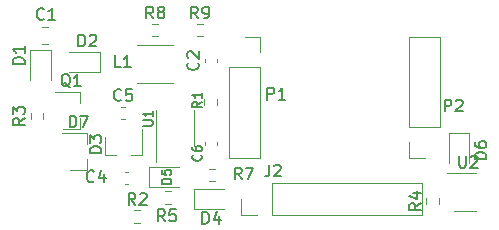
<source format=gbr>
%TF.GenerationSoftware,KiCad,Pcbnew,5.1.9+dfsg1-1*%
%TF.CreationDate,2021-06-24T19:32:38+02:00*%
%TF.ProjectId,pcb,7063622e-6b69-4636-9164-5f7063625858,rev?*%
%TF.SameCoordinates,Original*%
%TF.FileFunction,Legend,Top*%
%TF.FilePolarity,Positive*%
%FSLAX46Y46*%
G04 Gerber Fmt 4.6, Leading zero omitted, Abs format (unit mm)*
G04 Created by KiCad (PCBNEW 5.1.9+dfsg1-1) date 2021-06-24 19:32:38*
%MOMM*%
%LPD*%
G01*
G04 APERTURE LIST*
%ADD10C,0.120000*%
%ADD11C,0.150000*%
G04 APERTURE END LIST*
D10*
%TO.C,D6*%
X184100000Y-131000000D02*
X184100000Y-133550000D01*
X182400000Y-131000000D02*
X182400000Y-133550000D01*
X184100000Y-131000000D02*
X182400000Y-131000000D01*
%TO.C,U1*%
X160810000Y-130600000D02*
X160810000Y-129100000D01*
X160810000Y-130600000D02*
X160810000Y-132100000D01*
X157590000Y-130600000D02*
X157590000Y-129100000D01*
X157590000Y-130600000D02*
X157590000Y-133475000D01*
%TO.C,D2*%
X152800000Y-125850000D02*
X150250000Y-125850000D01*
X152800000Y-124150000D02*
X150250000Y-124150000D01*
X152800000Y-125850000D02*
X152800000Y-124150000D01*
%TO.C,D3*%
X153220000Y-132860000D02*
X154150000Y-132860000D01*
X156380000Y-132860000D02*
X155450000Y-132860000D01*
X156380000Y-132860000D02*
X156380000Y-130700000D01*
X153220000Y-132860000D02*
X153220000Y-131400000D01*
%TO.C,P1*%
X165090000Y-122870000D02*
X166420000Y-122870000D01*
X166420000Y-122870000D02*
X166420000Y-124200000D01*
X166420000Y-125470000D02*
X166420000Y-133150000D01*
X163760000Y-133150000D02*
X166420000Y-133150000D01*
X163760000Y-125470000D02*
X163760000Y-133150000D01*
X163760000Y-125470000D02*
X166420000Y-125470000D01*
%TO.C,P2*%
X181660000Y-130550000D02*
X179000000Y-130550000D01*
X181660000Y-130550000D02*
X181660000Y-122870000D01*
X181660000Y-122870000D02*
X179000000Y-122870000D01*
X179000000Y-130550000D02*
X179000000Y-122870000D01*
X179000000Y-133150000D02*
X179000000Y-131820000D01*
X180330000Y-133150000D02*
X179000000Y-133150000D01*
%TO.C,C1*%
X148461252Y-123535000D02*
X147938748Y-123535000D01*
X148461252Y-122065000D02*
X147938748Y-122065000D01*
%TO.C,C2*%
X162710000Y-125046267D02*
X162710000Y-124753733D01*
X161690000Y-125046267D02*
X161690000Y-124753733D01*
%TO.C,C4*%
X155246267Y-135310000D02*
X154953733Y-135310000D01*
X155246267Y-134290000D02*
X154953733Y-134290000D01*
%TO.C,C5*%
X154653733Y-129810000D02*
X154946267Y-129810000D01*
X154653733Y-128790000D02*
X154946267Y-128790000D01*
%TO.C,C6*%
X161690000Y-132046267D02*
X161690000Y-131753733D01*
X162710000Y-132046267D02*
X162710000Y-131753733D01*
%TO.C,D1*%
X148650000Y-124000000D02*
X146950000Y-124000000D01*
X146950000Y-124000000D02*
X146950000Y-126550000D01*
X148650000Y-124000000D02*
X148650000Y-126550000D01*
%TO.C,D4*%
X160800000Y-135750000D02*
X160800000Y-137450000D01*
X160800000Y-137450000D02*
X163350000Y-137450000D01*
X160800000Y-135750000D02*
X163350000Y-135750000D01*
%TO.C,J2*%
X180130000Y-137930000D02*
X180130000Y-135270000D01*
X167370000Y-137930000D02*
X180130000Y-137930000D01*
X167370000Y-135270000D02*
X180130000Y-135270000D01*
X167370000Y-137930000D02*
X167370000Y-135270000D01*
X166100000Y-137930000D02*
X164770000Y-137930000D01*
X164770000Y-137930000D02*
X164770000Y-136600000D01*
%TO.C,L1*%
X156000000Y-123600000D02*
X159000000Y-123600000D01*
X156000000Y-126800000D02*
X159000000Y-126800000D01*
%TO.C,Q1*%
X151160000Y-130680000D02*
X151160000Y-129750000D01*
X151160000Y-127520000D02*
X151160000Y-128450000D01*
X151160000Y-127520000D02*
X149000000Y-127520000D01*
X151160000Y-130680000D02*
X149700000Y-130680000D01*
%TO.C,R1*%
X162722500Y-128654724D02*
X162722500Y-128145276D01*
X161677500Y-128654724D02*
X161677500Y-128145276D01*
%TO.C,R3*%
X148022500Y-129345276D02*
X148022500Y-129854724D01*
X146977500Y-129345276D02*
X146977500Y-129854724D01*
%TO.C,R5*%
X158345276Y-135977500D02*
X158854724Y-135977500D01*
X158345276Y-137022500D02*
X158854724Y-137022500D01*
%TO.C,R7*%
X162045276Y-134077500D02*
X162554724Y-134077500D01*
X162045276Y-135122500D02*
X162554724Y-135122500D01*
%TO.C,R8*%
X157245276Y-121777500D02*
X157754724Y-121777500D01*
X157245276Y-122822500D02*
X157754724Y-122822500D01*
%TO.C,R9*%
X161045276Y-122822500D02*
X161554724Y-122822500D01*
X161045276Y-121777500D02*
X161554724Y-121777500D01*
%TO.C,D5*%
X157000000Y-133900000D02*
X157000000Y-135600000D01*
X157000000Y-135600000D02*
X159550000Y-135600000D01*
X157000000Y-133900000D02*
X159550000Y-133900000D01*
%TO.C,U2*%
X182850000Y-137610000D02*
X184650000Y-137610000D01*
X184650000Y-134390000D02*
X182200000Y-134390000D01*
%TO.C,D7*%
X151760000Y-134180000D02*
X150300000Y-134180000D01*
X151760000Y-131020000D02*
X149600000Y-131020000D01*
X151760000Y-131020000D02*
X151760000Y-131950000D01*
X151760000Y-134180000D02*
X151760000Y-133250000D01*
%TO.C,R2*%
X155745276Y-138622500D02*
X156254724Y-138622500D01*
X155745276Y-137577500D02*
X156254724Y-137577500D01*
%TO.C,R4*%
X180477500Y-137054724D02*
X180477500Y-136545276D01*
X181522500Y-137054724D02*
X181522500Y-136545276D01*
%TO.C,D6*%
D11*
X185552380Y-133238095D02*
X184552380Y-133238095D01*
X184552380Y-133000000D01*
X184600000Y-132857142D01*
X184695238Y-132761904D01*
X184790476Y-132714285D01*
X184980952Y-132666666D01*
X185123809Y-132666666D01*
X185314285Y-132714285D01*
X185409523Y-132761904D01*
X185504761Y-132857142D01*
X185552380Y-133000000D01*
X185552380Y-133238095D01*
X184552380Y-131809523D02*
X184552380Y-132000000D01*
X184600000Y-132095238D01*
X184647619Y-132142857D01*
X184790476Y-132238095D01*
X184980952Y-132285714D01*
X185361904Y-132285714D01*
X185457142Y-132238095D01*
X185504761Y-132190476D01*
X185552380Y-132095238D01*
X185552380Y-131904761D01*
X185504761Y-131809523D01*
X185457142Y-131761904D01*
X185361904Y-131714285D01*
X185123809Y-131714285D01*
X185028571Y-131761904D01*
X184980952Y-131809523D01*
X184933333Y-131904761D01*
X184933333Y-132095238D01*
X184980952Y-132190476D01*
X185028571Y-132238095D01*
X185123809Y-132285714D01*
%TO.C,U1*%
X156492341Y-130406779D02*
X157139960Y-130406779D01*
X157216151Y-130368684D01*
X157254246Y-130330589D01*
X157292341Y-130254398D01*
X157292341Y-130102017D01*
X157254246Y-130025827D01*
X157216151Y-129987732D01*
X157139960Y-129949636D01*
X156492341Y-129949636D01*
X157292341Y-129149636D02*
X157292341Y-129606779D01*
X157292341Y-129378208D02*
X156492341Y-129378208D01*
X156606627Y-129454398D01*
X156682817Y-129530589D01*
X156720913Y-129606779D01*
%TO.C,D2*%
X151011904Y-123702380D02*
X151011904Y-122702380D01*
X151250000Y-122702380D01*
X151392857Y-122750000D01*
X151488095Y-122845238D01*
X151535714Y-122940476D01*
X151583333Y-123130952D01*
X151583333Y-123273809D01*
X151535714Y-123464285D01*
X151488095Y-123559523D01*
X151392857Y-123654761D01*
X151250000Y-123702380D01*
X151011904Y-123702380D01*
X151964285Y-122797619D02*
X152011904Y-122750000D01*
X152107142Y-122702380D01*
X152345238Y-122702380D01*
X152440476Y-122750000D01*
X152488095Y-122797619D01*
X152535714Y-122892857D01*
X152535714Y-122988095D01*
X152488095Y-123130952D01*
X151916666Y-123702380D01*
X152535714Y-123702380D01*
%TO.C,D3*%
X152952380Y-132738095D02*
X151952380Y-132738095D01*
X151952380Y-132500000D01*
X152000000Y-132357142D01*
X152095238Y-132261904D01*
X152190476Y-132214285D01*
X152380952Y-132166666D01*
X152523809Y-132166666D01*
X152714285Y-132214285D01*
X152809523Y-132261904D01*
X152904761Y-132357142D01*
X152952380Y-132500000D01*
X152952380Y-132738095D01*
X151952380Y-131833333D02*
X151952380Y-131214285D01*
X152333333Y-131547619D01*
X152333333Y-131404761D01*
X152380952Y-131309523D01*
X152428571Y-131261904D01*
X152523809Y-131214285D01*
X152761904Y-131214285D01*
X152857142Y-131261904D01*
X152904761Y-131309523D01*
X152952380Y-131404761D01*
X152952380Y-131690476D01*
X152904761Y-131785714D01*
X152857142Y-131833333D01*
%TO.C,P1*%
X167011904Y-128202380D02*
X167011904Y-127202380D01*
X167392857Y-127202380D01*
X167488095Y-127250000D01*
X167535714Y-127297619D01*
X167583333Y-127392857D01*
X167583333Y-127535714D01*
X167535714Y-127630952D01*
X167488095Y-127678571D01*
X167392857Y-127726190D01*
X167011904Y-127726190D01*
X168535714Y-128202380D02*
X167964285Y-128202380D01*
X168250000Y-128202380D02*
X168250000Y-127202380D01*
X168154761Y-127345238D01*
X168059523Y-127440476D01*
X167964285Y-127488095D01*
%TO.C,P2*%
X182011904Y-129202380D02*
X182011904Y-128202380D01*
X182392857Y-128202380D01*
X182488095Y-128250000D01*
X182535714Y-128297619D01*
X182583333Y-128392857D01*
X182583333Y-128535714D01*
X182535714Y-128630952D01*
X182488095Y-128678571D01*
X182392857Y-128726190D01*
X182011904Y-128726190D01*
X182964285Y-128297619D02*
X183011904Y-128250000D01*
X183107142Y-128202380D01*
X183345238Y-128202380D01*
X183440476Y-128250000D01*
X183488095Y-128297619D01*
X183535714Y-128392857D01*
X183535714Y-128488095D01*
X183488095Y-128630952D01*
X182916666Y-129202380D01*
X183535714Y-129202380D01*
%TO.C,C1*%
X148083333Y-121357142D02*
X148035714Y-121404761D01*
X147892857Y-121452380D01*
X147797619Y-121452380D01*
X147654761Y-121404761D01*
X147559523Y-121309523D01*
X147511904Y-121214285D01*
X147464285Y-121023809D01*
X147464285Y-120880952D01*
X147511904Y-120690476D01*
X147559523Y-120595238D01*
X147654761Y-120500000D01*
X147797619Y-120452380D01*
X147892857Y-120452380D01*
X148035714Y-120500000D01*
X148083333Y-120547619D01*
X149035714Y-121452380D02*
X148464285Y-121452380D01*
X148750000Y-121452380D02*
X148750000Y-120452380D01*
X148654761Y-120595238D01*
X148559523Y-120690476D01*
X148464285Y-120738095D01*
%TO.C,C2*%
X161127142Y-125066666D02*
X161174761Y-125114285D01*
X161222380Y-125257142D01*
X161222380Y-125352380D01*
X161174761Y-125495238D01*
X161079523Y-125590476D01*
X160984285Y-125638095D01*
X160793809Y-125685714D01*
X160650952Y-125685714D01*
X160460476Y-125638095D01*
X160365238Y-125590476D01*
X160270000Y-125495238D01*
X160222380Y-125352380D01*
X160222380Y-125257142D01*
X160270000Y-125114285D01*
X160317619Y-125066666D01*
X160317619Y-124685714D02*
X160270000Y-124638095D01*
X160222380Y-124542857D01*
X160222380Y-124304761D01*
X160270000Y-124209523D01*
X160317619Y-124161904D01*
X160412857Y-124114285D01*
X160508095Y-124114285D01*
X160650952Y-124161904D01*
X161222380Y-124733333D01*
X161222380Y-124114285D01*
%TO.C,C4*%
X152333333Y-135107142D02*
X152285714Y-135154761D01*
X152142857Y-135202380D01*
X152047619Y-135202380D01*
X151904761Y-135154761D01*
X151809523Y-135059523D01*
X151761904Y-134964285D01*
X151714285Y-134773809D01*
X151714285Y-134630952D01*
X151761904Y-134440476D01*
X151809523Y-134345238D01*
X151904761Y-134250000D01*
X152047619Y-134202380D01*
X152142857Y-134202380D01*
X152285714Y-134250000D01*
X152333333Y-134297619D01*
X153190476Y-134535714D02*
X153190476Y-135202380D01*
X152952380Y-134154761D02*
X152714285Y-134869047D01*
X153333333Y-134869047D01*
%TO.C,C5*%
X154633333Y-128227142D02*
X154585714Y-128274761D01*
X154442857Y-128322380D01*
X154347619Y-128322380D01*
X154204761Y-128274761D01*
X154109523Y-128179523D01*
X154061904Y-128084285D01*
X154014285Y-127893809D01*
X154014285Y-127750952D01*
X154061904Y-127560476D01*
X154109523Y-127465238D01*
X154204761Y-127370000D01*
X154347619Y-127322380D01*
X154442857Y-127322380D01*
X154585714Y-127370000D01*
X154633333Y-127417619D01*
X155538095Y-127322380D02*
X155061904Y-127322380D01*
X155014285Y-127798571D01*
X155061904Y-127750952D01*
X155157142Y-127703333D01*
X155395238Y-127703333D01*
X155490476Y-127750952D01*
X155538095Y-127798571D01*
X155585714Y-127893809D01*
X155585714Y-128131904D01*
X155538095Y-128227142D01*
X155490476Y-128274761D01*
X155395238Y-128322380D01*
X155157142Y-128322380D01*
X155061904Y-128274761D01*
X155014285Y-128227142D01*
%TO.C,C6*%
X161379587Y-132890449D02*
X161417682Y-132928544D01*
X161455777Y-133042830D01*
X161455777Y-133119020D01*
X161417682Y-133233306D01*
X161341492Y-133309496D01*
X161265301Y-133347592D01*
X161112920Y-133385687D01*
X160998634Y-133385687D01*
X160846253Y-133347592D01*
X160770063Y-133309496D01*
X160693873Y-133233306D01*
X160655777Y-133119020D01*
X160655777Y-133042830D01*
X160693873Y-132928544D01*
X160731968Y-132890449D01*
X160655777Y-132204735D02*
X160655777Y-132357116D01*
X160693873Y-132433306D01*
X160731968Y-132471401D01*
X160846253Y-132547592D01*
X160998634Y-132585687D01*
X161303396Y-132585687D01*
X161379587Y-132547592D01*
X161417682Y-132509496D01*
X161455777Y-132433306D01*
X161455777Y-132280925D01*
X161417682Y-132204735D01*
X161379587Y-132166639D01*
X161303396Y-132128544D01*
X161112920Y-132128544D01*
X161036730Y-132166639D01*
X160998634Y-132204735D01*
X160960539Y-132280925D01*
X160960539Y-132433306D01*
X160998634Y-132509496D01*
X161036730Y-132547592D01*
X161112920Y-132585687D01*
%TO.C,D1*%
X146452380Y-125188095D02*
X145452380Y-125188095D01*
X145452380Y-124950000D01*
X145500000Y-124807142D01*
X145595238Y-124711904D01*
X145690476Y-124664285D01*
X145880952Y-124616666D01*
X146023809Y-124616666D01*
X146214285Y-124664285D01*
X146309523Y-124711904D01*
X146404761Y-124807142D01*
X146452380Y-124950000D01*
X146452380Y-125188095D01*
X146452380Y-123664285D02*
X146452380Y-124235714D01*
X146452380Y-123950000D02*
X145452380Y-123950000D01*
X145595238Y-124045238D01*
X145690476Y-124140476D01*
X145738095Y-124235714D01*
%TO.C,D4*%
X161511904Y-138702380D02*
X161511904Y-137702380D01*
X161750000Y-137702380D01*
X161892857Y-137750000D01*
X161988095Y-137845238D01*
X162035714Y-137940476D01*
X162083333Y-138130952D01*
X162083333Y-138273809D01*
X162035714Y-138464285D01*
X161988095Y-138559523D01*
X161892857Y-138654761D01*
X161750000Y-138702380D01*
X161511904Y-138702380D01*
X162940476Y-138035714D02*
X162940476Y-138702380D01*
X162702380Y-137654761D02*
X162464285Y-138369047D01*
X163083333Y-138369047D01*
%TO.C,J2*%
X167166666Y-133702380D02*
X167166666Y-134416666D01*
X167119047Y-134559523D01*
X167023809Y-134654761D01*
X166880952Y-134702380D01*
X166785714Y-134702380D01*
X167595238Y-133797619D02*
X167642857Y-133750000D01*
X167738095Y-133702380D01*
X167976190Y-133702380D01*
X168071428Y-133750000D01*
X168119047Y-133797619D01*
X168166666Y-133892857D01*
X168166666Y-133988095D01*
X168119047Y-134130952D01*
X167547619Y-134702380D01*
X168166666Y-134702380D01*
%TO.C,L1*%
X154583333Y-125452380D02*
X154107142Y-125452380D01*
X154107142Y-124452380D01*
X155440476Y-125452380D02*
X154869047Y-125452380D01*
X155154761Y-125452380D02*
X155154761Y-124452380D01*
X155059523Y-124595238D01*
X154964285Y-124690476D01*
X154869047Y-124738095D01*
%TO.C,Q1*%
X150304761Y-127147619D02*
X150209523Y-127100000D01*
X150114285Y-127004761D01*
X149971428Y-126861904D01*
X149876190Y-126814285D01*
X149780952Y-126814285D01*
X149828571Y-127052380D02*
X149733333Y-127004761D01*
X149638095Y-126909523D01*
X149590476Y-126719047D01*
X149590476Y-126385714D01*
X149638095Y-126195238D01*
X149733333Y-126100000D01*
X149828571Y-126052380D01*
X150019047Y-126052380D01*
X150114285Y-126100000D01*
X150209523Y-126195238D01*
X150257142Y-126385714D01*
X150257142Y-126719047D01*
X150209523Y-126909523D01*
X150114285Y-127004761D01*
X150019047Y-127052380D01*
X149828571Y-127052380D01*
X151209523Y-127052380D02*
X150638095Y-127052380D01*
X150923809Y-127052380D02*
X150923809Y-126052380D01*
X150828571Y-126195238D01*
X150733333Y-126290476D01*
X150638095Y-126338095D01*
%TO.C,R1*%
X161456820Y-128383333D02*
X161075868Y-128650000D01*
X161456820Y-128840476D02*
X160656820Y-128840476D01*
X160656820Y-128535714D01*
X160694916Y-128459523D01*
X160733011Y-128421428D01*
X160809201Y-128383333D01*
X160923487Y-128383333D01*
X160999677Y-128421428D01*
X161037773Y-128459523D01*
X161075868Y-128535714D01*
X161075868Y-128840476D01*
X161456820Y-127621428D02*
X161456820Y-128078571D01*
X161456820Y-127850000D02*
X160656820Y-127850000D01*
X160771106Y-127926190D01*
X160847296Y-128002380D01*
X160885392Y-128078571D01*
%TO.C,R3*%
X146452380Y-129766666D02*
X145976190Y-130100000D01*
X146452380Y-130338095D02*
X145452380Y-130338095D01*
X145452380Y-129957142D01*
X145500000Y-129861904D01*
X145547619Y-129814285D01*
X145642857Y-129766666D01*
X145785714Y-129766666D01*
X145880952Y-129814285D01*
X145928571Y-129861904D01*
X145976190Y-129957142D01*
X145976190Y-130338095D01*
X145452380Y-129433333D02*
X145452380Y-128814285D01*
X145833333Y-129147619D01*
X145833333Y-129004761D01*
X145880952Y-128909523D01*
X145928571Y-128861904D01*
X146023809Y-128814285D01*
X146261904Y-128814285D01*
X146357142Y-128861904D01*
X146404761Y-128909523D01*
X146452380Y-129004761D01*
X146452380Y-129290476D01*
X146404761Y-129385714D01*
X146357142Y-129433333D01*
%TO.C,R5*%
X158333333Y-138502380D02*
X158000000Y-138026190D01*
X157761904Y-138502380D02*
X157761904Y-137502380D01*
X158142857Y-137502380D01*
X158238095Y-137550000D01*
X158285714Y-137597619D01*
X158333333Y-137692857D01*
X158333333Y-137835714D01*
X158285714Y-137930952D01*
X158238095Y-137978571D01*
X158142857Y-138026190D01*
X157761904Y-138026190D01*
X159238095Y-137502380D02*
X158761904Y-137502380D01*
X158714285Y-137978571D01*
X158761904Y-137930952D01*
X158857142Y-137883333D01*
X159095238Y-137883333D01*
X159190476Y-137930952D01*
X159238095Y-137978571D01*
X159285714Y-138073809D01*
X159285714Y-138311904D01*
X159238095Y-138407142D01*
X159190476Y-138454761D01*
X159095238Y-138502380D01*
X158857142Y-138502380D01*
X158761904Y-138454761D01*
X158714285Y-138407142D01*
%TO.C,R7*%
X164833333Y-134952380D02*
X164500000Y-134476190D01*
X164261904Y-134952380D02*
X164261904Y-133952380D01*
X164642857Y-133952380D01*
X164738095Y-134000000D01*
X164785714Y-134047619D01*
X164833333Y-134142857D01*
X164833333Y-134285714D01*
X164785714Y-134380952D01*
X164738095Y-134428571D01*
X164642857Y-134476190D01*
X164261904Y-134476190D01*
X165166666Y-133952380D02*
X165833333Y-133952380D01*
X165404761Y-134952380D01*
%TO.C,R8*%
X157333333Y-121322380D02*
X157000000Y-120846190D01*
X156761904Y-121322380D02*
X156761904Y-120322380D01*
X157142857Y-120322380D01*
X157238095Y-120370000D01*
X157285714Y-120417619D01*
X157333333Y-120512857D01*
X157333333Y-120655714D01*
X157285714Y-120750952D01*
X157238095Y-120798571D01*
X157142857Y-120846190D01*
X156761904Y-120846190D01*
X157904761Y-120750952D02*
X157809523Y-120703333D01*
X157761904Y-120655714D01*
X157714285Y-120560476D01*
X157714285Y-120512857D01*
X157761904Y-120417619D01*
X157809523Y-120370000D01*
X157904761Y-120322380D01*
X158095238Y-120322380D01*
X158190476Y-120370000D01*
X158238095Y-120417619D01*
X158285714Y-120512857D01*
X158285714Y-120560476D01*
X158238095Y-120655714D01*
X158190476Y-120703333D01*
X158095238Y-120750952D01*
X157904761Y-120750952D01*
X157809523Y-120798571D01*
X157761904Y-120846190D01*
X157714285Y-120941428D01*
X157714285Y-121131904D01*
X157761904Y-121227142D01*
X157809523Y-121274761D01*
X157904761Y-121322380D01*
X158095238Y-121322380D01*
X158190476Y-121274761D01*
X158238095Y-121227142D01*
X158285714Y-121131904D01*
X158285714Y-120941428D01*
X158238095Y-120846190D01*
X158190476Y-120798571D01*
X158095238Y-120750952D01*
%TO.C,R9*%
X161133333Y-121322380D02*
X160800000Y-120846190D01*
X160561904Y-121322380D02*
X160561904Y-120322380D01*
X160942857Y-120322380D01*
X161038095Y-120370000D01*
X161085714Y-120417619D01*
X161133333Y-120512857D01*
X161133333Y-120655714D01*
X161085714Y-120750952D01*
X161038095Y-120798571D01*
X160942857Y-120846190D01*
X160561904Y-120846190D01*
X161609523Y-121322380D02*
X161800000Y-121322380D01*
X161895238Y-121274761D01*
X161942857Y-121227142D01*
X162038095Y-121084285D01*
X162085714Y-120893809D01*
X162085714Y-120512857D01*
X162038095Y-120417619D01*
X161990476Y-120370000D01*
X161895238Y-120322380D01*
X161704761Y-120322380D01*
X161609523Y-120370000D01*
X161561904Y-120417619D01*
X161514285Y-120512857D01*
X161514285Y-120750952D01*
X161561904Y-120846190D01*
X161609523Y-120893809D01*
X161704761Y-120941428D01*
X161895238Y-120941428D01*
X161990476Y-120893809D01*
X162038095Y-120846190D01*
X162085714Y-120750952D01*
%TO.C,D5*%
X158861904Y-135340476D02*
X158061904Y-135340476D01*
X158061904Y-135150000D01*
X158100000Y-135035714D01*
X158176190Y-134959523D01*
X158252380Y-134921428D01*
X158404761Y-134883333D01*
X158519047Y-134883333D01*
X158671428Y-134921428D01*
X158747619Y-134959523D01*
X158823809Y-135035714D01*
X158861904Y-135150000D01*
X158861904Y-135340476D01*
X158061904Y-134159523D02*
X158061904Y-134540476D01*
X158442857Y-134578571D01*
X158404761Y-134540476D01*
X158366666Y-134464285D01*
X158366666Y-134273809D01*
X158404761Y-134197619D01*
X158442857Y-134159523D01*
X158519047Y-134121428D01*
X158709523Y-134121428D01*
X158785714Y-134159523D01*
X158823809Y-134197619D01*
X158861904Y-134273809D01*
X158861904Y-134464285D01*
X158823809Y-134540476D01*
X158785714Y-134578571D01*
%TO.C,U2*%
X183238095Y-132952380D02*
X183238095Y-133761904D01*
X183285714Y-133857142D01*
X183333333Y-133904761D01*
X183428571Y-133952380D01*
X183619047Y-133952380D01*
X183714285Y-133904761D01*
X183761904Y-133857142D01*
X183809523Y-133761904D01*
X183809523Y-132952380D01*
X184238095Y-133047619D02*
X184285714Y-133000000D01*
X184380952Y-132952380D01*
X184619047Y-132952380D01*
X184714285Y-133000000D01*
X184761904Y-133047619D01*
X184809523Y-133142857D01*
X184809523Y-133238095D01*
X184761904Y-133380952D01*
X184190476Y-133952380D01*
X184809523Y-133952380D01*
%TO.C,D7*%
X150261904Y-130552380D02*
X150261904Y-129552380D01*
X150500000Y-129552380D01*
X150642857Y-129600000D01*
X150738095Y-129695238D01*
X150785714Y-129790476D01*
X150833333Y-129980952D01*
X150833333Y-130123809D01*
X150785714Y-130314285D01*
X150738095Y-130409523D01*
X150642857Y-130504761D01*
X150500000Y-130552380D01*
X150261904Y-130552380D01*
X151166666Y-129552380D02*
X151833333Y-129552380D01*
X151404761Y-130552380D01*
%TO.C,R2*%
X155833333Y-137122380D02*
X155500000Y-136646190D01*
X155261904Y-137122380D02*
X155261904Y-136122380D01*
X155642857Y-136122380D01*
X155738095Y-136170000D01*
X155785714Y-136217619D01*
X155833333Y-136312857D01*
X155833333Y-136455714D01*
X155785714Y-136550952D01*
X155738095Y-136598571D01*
X155642857Y-136646190D01*
X155261904Y-136646190D01*
X156214285Y-136217619D02*
X156261904Y-136170000D01*
X156357142Y-136122380D01*
X156595238Y-136122380D01*
X156690476Y-136170000D01*
X156738095Y-136217619D01*
X156785714Y-136312857D01*
X156785714Y-136408095D01*
X156738095Y-136550952D01*
X156166666Y-137122380D01*
X156785714Y-137122380D01*
%TO.C,R4*%
X180022380Y-136966666D02*
X179546190Y-137300000D01*
X180022380Y-137538095D02*
X179022380Y-137538095D01*
X179022380Y-137157142D01*
X179070000Y-137061904D01*
X179117619Y-137014285D01*
X179212857Y-136966666D01*
X179355714Y-136966666D01*
X179450952Y-137014285D01*
X179498571Y-137061904D01*
X179546190Y-137157142D01*
X179546190Y-137538095D01*
X179355714Y-136109523D02*
X180022380Y-136109523D01*
X178974761Y-136347619D02*
X179689047Y-136585714D01*
X179689047Y-135966666D01*
%TD*%
M02*

</source>
